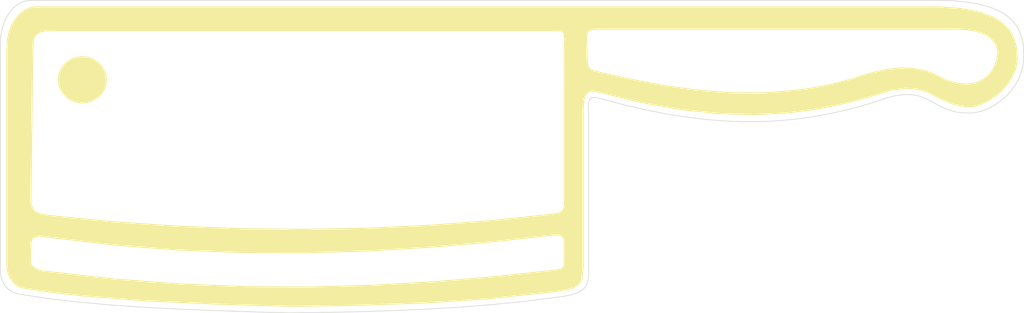
<source format=kicad_pcb>
(kicad_pcb (version 4) (host pcbnew 4.0.4-stable)

  (general
    (links 0)
    (no_connects 0)
    (area 0 0 0 0)
    (thickness 1.6)
    (drawings 115)
    (tracks 0)
    (zones 0)
    (modules 1)
    (nets 1)
  )

  (page A4)
  (layers
    (0 F.Cu signal)
    (31 B.Cu signal)
    (32 B.Adhes user)
    (33 F.Adhes user)
    (34 B.Paste user)
    (35 F.Paste user)
    (36 B.SilkS user)
    (37 F.SilkS user)
    (38 B.Mask user)
    (39 F.Mask user)
    (40 Dwgs.User user)
    (41 Cmts.User user)
    (42 Eco1.User user)
    (43 Eco2.User user)
    (44 Edge.Cuts user)
    (45 Margin user)
    (46 B.CrtYd user)
    (47 F.CrtYd user)
    (48 B.Fab user)
    (49 F.Fab user)
  )

  (setup
    (last_trace_width 0.25)
    (trace_clearance 0.2)
    (zone_clearance 0.508)
    (zone_45_only no)
    (trace_min 0.2)
    (segment_width 0.2)
    (edge_width 0.1)
    (via_size 0.6)
    (via_drill 0.4)
    (via_min_size 0.4)
    (via_min_drill 0.3)
    (uvia_size 0.3)
    (uvia_drill 0.1)
    (uvias_allowed no)
    (uvia_min_size 0.2)
    (uvia_min_drill 0.1)
    (pcb_text_width 0.3)
    (pcb_text_size 1.5 1.5)
    (mod_edge_width 0.15)
    (mod_text_size 1 1)
    (mod_text_width 0.15)
    (pad_size 1.5 1.5)
    (pad_drill 0.6)
    (pad_to_mask_clearance 0)
    (aux_axis_origin 0 0)
    (visible_elements FFFFFF7F)
    (pcbplotparams
      (layerselection 0x00030_80000001)
      (usegerberextensions false)
      (excludeedgelayer true)
      (linewidth 0.100000)
      (plotframeref false)
      (viasonmask false)
      (mode 1)
      (useauxorigin false)
      (hpglpennumber 1)
      (hpglpenspeed 20)
      (hpglpendiameter 15)
      (hpglpenoverlay 2)
      (psnegative false)
      (psa4output false)
      (plotreference true)
      (plotvalue true)
      (plotinvisibletext false)
      (padsonsilk false)
      (subtractmaskfromsilk false)
      (outputformat 1)
      (mirror false)
      (drillshape 1)
      (scaleselection 1)
      (outputdirectory ""))
  )

  (net 0 "")

  (net_class Default "This is the default net class."
    (clearance 0.2)
    (trace_width 0.25)
    (via_dia 0.6)
    (via_drill 0.4)
    (uvia_dia 0.3)
    (uvia_drill 0.1)
  )

  (module cleaver:cleaver (layer F.Cu) (tedit 0) (tstamp 586DFB4D)
    (at 104.86 45.9595)
    (fp_text reference "" (at 0 0) (layer F.SilkS)
      (effects (font (thickness 0.15)))
    )
    (fp_text value "" (at 0 0) (layer F.SilkS)
      (effects (font (thickness 0.15)))
    )
    (fp_poly (pts (xy -36.452933 24.960047) (xy -48.861783 24.590167) (xy -60.371775 24.064642) (xy -71.093613 23.225774)
      (xy -76.19357 22.639555) (xy -81.138002 21.915864) (xy -81.918358 21.606844) (xy -82.530884 21.208728)
      (xy -83.336616 20.228496) (xy -83.72354 19.141744) (xy -83.86 18.115052) (xy -83.86 -17.639075)
      (xy -83.786046 -19.237631) (xy -83.497383 -20.660537) (xy -83.026954 -21.897985) (xy -82.407707 -22.940166)
      (xy -81.672585 -23.777271) (xy -80.854536 -24.399492) (xy -79.986503 -24.79702) (xy -79.101433 -24.960047)
      (xy 70.74916 -24.960047) (xy 74.45288 -24.680484) (xy 77.413858 -24.117327) (xy 79.708483 -23.295716)
      (xy 81.413146 -22.240789) (xy 82.604239 -20.977686) (xy 83.358152 -19.531545) (xy 83.751275 -17.927505)
      (xy 80.514887 -17.423825) (xy 80.111765 -18.715789) (xy 79.311564 -19.670809) (xy 78.196025 -20.338226)
      (xy 76.846888 -20.767383) (xy 75.345893 -21.007622) (xy 73.77478 -21.108284) (xy 70.74916 -21.088246)
      (xy 14.766638 -21.088246) (xy 13.304411 -21.057418) (xy 12.622027 -20.717838) (xy 12.430944 -20.192668)
      (xy 12.44262 -19.605074) (xy 12.543251 -16.159615) (xy 12.617472 -15.203569) (xy 12.958352 -14.632372)
      (xy 13.475073 -14.337712) (xy 14.076815 -14.211278) (xy 19.551755 -12.971544) (xy 25.051304 -11.919498)
      (xy 30.585603 -11.132488) (xy 36.164796 -10.687867) (xy 41.799023 -10.662984) (xy 47.498426 -11.13519)
      (xy 50.375739 -11.581873) (xy 53.273149 -12.181835) (xy 56.191924 -12.944745) (xy 59.133331 -13.880271)
      (xy 62.03657 -14.557409) (xy 64.484129 -14.813674) (xy 66.522059 -14.742017) (xy 68.196412 -14.435392)
      (xy 69.553239 -13.986748) (xy 70.638591 -13.489038) (xy 72.179075 -12.718228) (xy 74.063014 -12.217988)
      (xy 75.701523 -12.125905) (xy 77.097036 -12.393393) (xy 78.25199 -12.971864) (xy 79.168817 -13.81273)
      (xy 79.849952 -14.867404) (xy 80.297831 -16.087298) (xy 80.514887 -17.423825) (xy 80.514887 -17.423825)
      (xy 83.751275 -17.927505) (xy 83.86 -16.190705) (xy 83.554039 -14.458559) (xy 82.820368 -12.855181)
      (xy 81.761041 -11.421557) (xy 80.478113 -10.198672) (xy 79.073638 -9.227511) (xy 77.649671 -8.549059)
      (xy 76.308266 -8.204303) (xy 75.151479 -8.234226) (xy 73.28505 -8.569324) (xy 71.733966 -9.180905)
      (xy 68.902351 -10.610807) (xy 67.28408 -11.117772) (xy 65.305673 -11.278509) (xy 62.79826 -10.937341)
      (xy 59.59297 -9.93859) (xy 55.202445 -8.753382) (xy 50.564494 -7.80915) (xy 45.61853 -7.16799)
      (xy 40.303962 -6.891997) (xy 34.560201 -7.043268) (xy 28.326657 -7.683898) (xy 21.542741 -8.875983)
      (xy 14.147864 -10.681618) (xy 13.238615 -10.834533) (xy 12.605156 -10.605993) (xy 12.198739 -10.089722)
      (xy 11.970613 -9.379443) (xy 11.854239 -7.751756) (xy 11.866042 -6.47272) (xy 11.866042 18.529563)
      (xy 11.67364 20.296814) (xy 11.378098 20.920899) (xy 10.935025 21.405646) (xy 10.333444 21.776322)
      (xy 9.562375 22.058193) (xy 7.467866 22.456587) (xy 6.702788 18.815461) (xy 7.828763 18.661352)
      (xy 8.376412 18.476856) (xy 8.553003 18.006435) (xy 8.565806 16.994545) (xy 8.565806 14.334082)
      (xy 8.537806 13.776715) (xy 8.306902 13.341657) (xy 7.841844 13.090363) (xy 7.111382 13.084285)
      (xy 6.896721 9.450553) (xy 7.837409 9.256129) (xy 8.402909 8.831502) (xy 8.632586 8.064996)
      (xy 8.565806 6.844935) (xy 8.565894 -17.931942) (xy 8.640687 -19.560792) (xy 8.553444 -20.460361)
      (xy 8.293878 -20.695917) (xy 7.807586 -20.820253) (xy 5.906531 -20.830071) (xy -75.61835 -20.830071)
      (xy -77.396532 -20.797666) (xy -78.070287 -20.64826) (xy -78.603694 -20.388763) (xy -78.99916 -20.003206)
      (xy -79.259093 -19.475624) (xy -79.381986 -17.930514) (xy -79.697987 6.595746) (xy -79.665838 7.971188)
      (xy -79.309683 8.845248) (xy -78.407871 9.372055) (xy -76.738747 9.705737) (xy -66.06154 10.747153)
      (xy -55.437635 11.474549) (xy -44.872208 11.891602) (xy -34.370431 12.001994) (xy -23.937476 11.809405)
      (xy -13.578517 11.317515) (xy -3.298727 10.530004) (xy 6.896721 9.450553) (xy 6.896721 9.450553)
      (xy 7.111382 13.084285) (xy -3.348135 14.244247) (xy -13.765799 15.1475) (xy -24.165643 15.763867)
      (xy -34.5717 16.063167) (xy -45.008006 16.015222) (xy -55.498593 15.589852) (xy -66.067495 14.756879)
      (xy -76.738747 13.486123) (xy -78.391322 13.263963) (xy -79.257703 13.476199) (xy -79.603047 13.8968)
      (xy -79.692513 14.299734) (xy -79.76808 17.038517) (xy -79.748942 17.594986) (xy -79.569971 18.032319)
      (xy -78.869022 18.609547) (xy -77.938219 18.890136) (xy -77.05055 18.994028) (xy -65.894664 20.254265)
      (xy -54.979053 21.080928) (xy -44.281682 21.507585) (xy -33.780516 21.567805) (xy -23.453521 21.295154)
      (xy -13.278662 20.7232) (xy -3.233904 19.885513) (xy 6.702788 18.815659) (xy 6.702788 18.815461)
      (xy 7.467866 22.456587) (xy -3.337981 23.644321) (xy -14.284825 24.377677) (xy -25.335524 24.776353)
      (xy -36.452933 24.960047) (xy -36.452933 24.960047)) (layer F.SilkS) (width 0.01))
    (fp_poly (pts (xy -67.177815 -12.752296) (xy -67.26041 -11.960193) (xy -67.497295 -11.222426) (xy -67.872123 -10.5548)
      (xy -68.368545 -9.973119) (xy -69.660782 -9.130813) (xy -70.423901 -8.901797) (xy -71.243222 -8.821946)
      (xy -72.040047 -8.898165) (xy -72.798986 -9.121127) (xy -73.498712 -9.482291) (xy -74.117898 -9.973119)
      (xy -74.625592 -10.571736) (xy -74.999168 -11.248216) (xy -75.229791 -11.981942) (xy -75.308628 -12.752296)
      (xy -75.229791 -13.522649) (xy -74.999168 -14.256375) (xy -74.625592 -14.932856) (xy -74.117898 -15.531472)
      (xy -73.498712 -16.0223) (xy -72.798986 -16.383465) (xy -72.040047 -16.606427) (xy -71.243222 -16.682645)
      (xy -70.423901 -16.602794) (xy -69.660782 -16.373779) (xy -68.368545 -15.531472) (xy -67.872123 -14.949791)
      (xy -67.497295 -14.282165) (xy -67.26041 -13.544398) (xy -67.177815 -12.752296) (xy -67.177815 -12.752296)) (layer F.SilkS) (width 0.01))
  )

  (gr_line (start 73.601062 71.840333) (end 67.970215 71.915559) (layer Edge.Cuts) (width 0.1))
  (gr_line (start 79.219709 71.72465) (end 73.601062 71.840333) (layer Edge.Cuts) (width 0.1))
  (gr_line (start 84.821481 71.553059) (end 79.219709 71.72465) (layer Edge.Cuts) (width 0.1))
  (gr_line (start 90.401681 71.310037) (end 84.821481 71.553059) (layer Edge.Cuts) (width 0.1))
  (gr_line (start 95.955605 70.980007) (end 90.401681 71.310037) (layer Edge.Cuts) (width 0.1))
  (gr_line (start 101.478561 70.547388) (end 95.955605 70.980007) (layer Edge.Cuts) (width 0.1))
  (gr_line (start 106.965847 69.996603) (end 101.478561 70.547388) (layer Edge.Cuts) (width 0.1))
  (gr_line (start 112.41277 69.312158) (end 106.965847 69.996603) (layer Edge.Cuts) (width 0.1))
  (gr_line (start 113.599952 69.129391) (end 112.41277 69.312158) (layer Edge.Cuts) (width 0.1))
  (gr_line (start 114.643534 68.914196) (end 113.599952 69.129391) (layer Edge.Cuts) (width 0.1))
  (gr_line (start 115.537921 68.637816) (end 114.643534 68.914196) (layer Edge.Cuts) (width 0.1))
  (gr_line (start 116.277513 68.271548) (end 115.537921 68.637816) (layer Edge.Cuts) (width 0.1))
  (gr_line (start 116.856715 67.786634) (end 116.277513 68.271548) (layer Edge.Cuts) (width 0.1))
  (gr_line (start 117.269928 67.154343) (end 116.856715 67.786634) (layer Edge.Cuts) (width 0.1))
  (gr_line (start 117.511549 66.345974) (end 117.269928 67.154343) (layer Edge.Cuts) (width 0.1))
  (gr_line (start 117.575989 65.332796) (end 117.511549 66.345974) (layer Edge.Cuts) (width 0.1))
  (gr_line (start 117.575989 39.33111) (end 117.575989 65.332796) (layer Edge.Cuts) (width 0.1))
  (gr_line (start 117.560636 38.896665) (end 117.575989 39.33111) (layer Edge.Cuts) (width 0.1))
  (gr_line (start 117.511239 38.326608) (end 117.560636 38.896665) (layer Edge.Cuts) (width 0.1))
  (gr_line (start 117.480962 37.696939) (end 117.511239 38.326608) (layer Edge.Cuts) (width 0.1))
  (gr_line (start 117.522985 37.083659) (end 117.480962 37.696939) (layer Edge.Cuts) (width 0.1))
  (gr_line (start 117.690481 36.562772) (end 117.522985 37.083659) (layer Edge.Cuts) (width 0.1))
  (gr_line (start 118.036629 36.21028) (end 117.690481 36.562772) (layer Edge.Cuts) (width 0.1))
  (gr_line (start 118.614606 36.102183) (end 118.036629 36.21028) (layer Edge.Cuts) (width 0.1))
  (gr_line (start 119.477591 36.314487) (end 118.614606 36.102183) (layer Edge.Cuts) (width 0.1))
  (gr_line (start 123.295488 37.334839) (end 119.477591 36.314487) (layer Edge.Cuts) (width 0.1))
  (gr_line (start 126.942812 38.183306) (end 123.295488 37.334839) (layer Edge.Cuts) (width 0.1))
  (gr_line (start 130.428423 38.868573) (end 126.942812 38.183306) (layer Edge.Cuts) (width 0.1))
  (gr_line (start 133.761174 39.399329) (end 130.428423 38.868573) (layer Edge.Cuts) (width 0.1))
  (gr_line (start 136.949924 39.78426) (end 133.761174 39.399329) (layer Edge.Cuts) (width 0.1))
  (gr_line (start 140.003532 40.032045) (end 136.949924 39.78426) (layer Edge.Cuts) (width 0.1))
  (gr_line (start 142.930853 40.151375) (end 140.003532 40.032045) (layer Edge.Cuts) (width 0.1))
  (gr_line (start 145.740745 40.15081) (end 142.930853 40.151375) (layer Edge.Cuts) (width 0.1))
  (gr_line (start 148.442063 40.039284) (end 145.740745 40.15081) (layer Edge.Cuts) (width 0.1))
  (gr_line (start 151.043664 39.825357) (end 148.442063 40.039284) (layer Edge.Cuts) (width 0.1))
  (gr_line (start 153.554406 39.517718) (end 151.043664 39.825357) (layer Edge.Cuts) (width 0.1))
  (gr_line (start 155.983148 39.125045) (end 153.554406 39.517718) (layer Edge.Cuts) (width 0.1))
  (gr_line (start 158.338744 38.656031) (end 155.983148 39.125045) (layer Edge.Cuts) (width 0.1))
  (gr_line (start 160.63005 38.119361) (end 158.338744 38.656031) (layer Edge.Cuts) (width 0.1))
  (gr_line (start 162.865928 37.523716) (end 160.63005 38.119361) (layer Edge.Cuts) (width 0.1))
  (gr_line (start 165.05523 36.877783) (end 162.865928 37.523716) (layer Edge.Cuts) (width 0.1))
  (gr_line (start 166.683886 36.300359) (end 165.05523 36.877783) (layer Edge.Cuts) (width 0.1))
  (gr_line (start 168.108835 35.915318) (end 166.683886 36.300359) (layer Edge.Cuts) (width 0.1))
  (gr_line (start 169.354547 35.701218) (end 168.108835 35.915318) (layer Edge.Cuts) (width 0.1))
  (gr_line (start 170.445488 35.636612) (end 169.354547 35.701218) (layer Edge.Cuts) (width 0.1))
  (gr_line (start 171.406133 35.700056) (end 170.445488 35.636612) (layer Edge.Cuts) (width 0.1))
  (gr_line (start 172.260945 35.8701) (end 171.406133 35.700056) (layer Edge.Cuts) (width 0.1))
  (gr_line (start 173.034397 36.1253) (end 172.260945 35.8701) (layer Edge.Cuts) (width 0.1))
  (gr_line (start 173.750959 36.444214) (end 173.034397 36.1253) (layer Edge.Cuts) (width 0.1))
  (gr_line (start 174.435097 36.80539) (end 173.750959 36.444214) (layer Edge.Cuts) (width 0.1))
  (gr_line (start 175.111282 37.187389) (end 174.435097 36.80539) (layer Edge.Cuts) (width 0.1))
  (gr_line (start 175.803985 37.568762) (end 175.111282 37.187389) (layer Edge.Cuts) (width 0.1))
  (gr_line (start 176.53767 37.928062) (end 175.803985 37.568762) (layer Edge.Cuts) (width 0.1))
  (gr_line (start 177.336813 38.243843) (end 176.53767 37.928062) (layer Edge.Cuts) (width 0.1))
  (gr_line (start 178.225881 38.494662) (end 177.336813 38.243843) (layer Edge.Cuts) (width 0.1))
  (gr_line (start 179.229339 38.659074) (end 178.225881 38.494662) (layer Edge.Cuts) (width 0.1))
  (gr_line (start 180.371661 38.715631) (end 179.229339 38.659074) (layer Edge.Cuts) (width 0.1))
  (gr_line (start 181.095059 38.717324) (end 180.371661 38.715631) (layer Edge.Cuts) (width 0.1))
  (gr_line (start 181.85319 38.620364) (end 181.095059 38.717324) (layer Edge.Cuts) (width 0.1))
  (gr_line (start 182.634615 38.428704) (end 181.85319 38.620364) (layer Edge.Cuts) (width 0.1))
  (gr_line (start 183.427911 38.146304) (end 182.634615 38.428704) (layer Edge.Cuts) (width 0.1))
  (gr_line (start 184.221644 37.777118) (end 183.427911 38.146304) (layer Edge.Cuts) (width 0.1))
  (gr_line (start 185.004384 37.325105) (end 184.221644 37.777118) (layer Edge.Cuts) (width 0.1))
  (gr_line (start 185.764699 36.79422) (end 185.004384 37.325105) (layer Edge.Cuts) (width 0.1))
  (gr_line (start 186.491159 36.188419) (end 185.764699 36.79422) (layer Edge.Cuts) (width 0.1))
  (gr_line (start 187.172331 35.511658) (end 186.491159 36.188419) (layer Edge.Cuts) (width 0.1))
  (gr_line (start 187.79679 34.767898) (end 187.172331 35.511658) (layer Edge.Cuts) (width 0.1))
  (gr_line (start 188.353098 33.961093) (end 187.79679 34.767898) (layer Edge.Cuts) (width 0.1))
  (gr_line (start 188.829827 33.095201) (end 188.353098 33.961093) (layer Edge.Cuts) (width 0.1))
  (gr_line (start 189.215552 32.174174) (end 188.829827 33.095201) (layer Edge.Cuts) (width 0.1))
  (gr_line (start 189.498832 31.201975) (end 189.215552 32.174174) (layer Edge.Cuts) (width 0.1))
  (gr_line (start 189.668245 30.18256) (end 189.498832 31.201975) (layer Edge.Cuts) (width 0.1))
  (gr_line (start 189.712353 29.119881) (end 189.668245 30.18256) (layer Edge.Cuts) (width 0.1))
  (gr_line (start 189.688477 28.201143) (end 189.712353 29.119881) (layer Edge.Cuts) (width 0.1))
  (gr_line (start 189.602329 27.313656) (end 189.688477 28.201143) (layer Edge.Cuts) (width 0.1))
  (gr_line (start 189.444236 26.460684) (end 189.602329 27.313656) (layer Edge.Cuts) (width 0.1))
  (gr_line (start 189.204537 25.645497) (end 189.444236 26.460684) (layer Edge.Cuts) (width 0.1))
  (gr_line (start 188.873569 24.871364) (end 189.204537 25.645497) (layer Edge.Cuts) (width 0.1))
  (gr_line (start 188.441667 24.141549) (end 188.873569 24.871364) (layer Edge.Cuts) (width 0.1))
  (gr_line (start 187.899174 23.459324) (end 188.441667 24.141549) (layer Edge.Cuts) (width 0.1))
  (gr_line (start 187.236426 22.827957) (end 187.899174 23.459324) (layer Edge.Cuts) (width 0.1))
  (gr_line (start 186.44376 22.250711) (end 187.236426 22.827957) (layer Edge.Cuts) (width 0.1))
  (gr_line (start 185.511515 21.73086) (end 186.44376 22.250711) (layer Edge.Cuts) (width 0.1))
  (gr_line (start 184.430025 21.271668) (end 185.511515 21.73086) (layer Edge.Cuts) (width 0.1))
  (gr_line (start 183.18963 20.876407) (end 184.430025 21.271668) (layer Edge.Cuts) (width 0.1))
  (gr_line (start 181.78067 20.54834) (end 183.18963 20.876407) (layer Edge.Cuts) (width 0.1))
  (gr_line (start 180.19348 20.290736) (end 181.78067 20.54834) (layer Edge.Cuts) (width 0.1))
  (gr_line (start 178.418398 20.106869) (end 180.19348 20.290736) (layer Edge.Cuts) (width 0.1))
  (gr_line (start 176.445764 20) (end 178.418398 20.106869) (layer Edge.Cuts) (width 0.1))
  (gr_line (start 24.815094 20) (end 176.445764 20) (layer Edge.Cuts) (width 0.1))
  (gr_line (start 23.91951 20.169545) (end 24.815094 20) (layer Edge.Cuts) (width 0.1))
  (gr_line (start 23.041166 20.582963) (end 23.91951 20.169545) (layer Edge.Cuts) (width 0.1))
  (gr_line (start 22.213399 21.230057) (end 23.041166 20.582963) (layer Edge.Cuts) (width 0.1))
  (gr_line (start 21.469545 22.100622) (end 22.213399 21.230057) (layer Edge.Cuts) (width 0.1))
  (gr_line (start 20.842942 23.184462) (end 21.469545 22.100622) (layer Edge.Cuts) (width 0.1))
  (gr_line (start 20.366925 24.471376) (end 20.842942 23.184462) (layer Edge.Cuts) (width 0.1))
  (gr_line (start 20.074832 25.951163) (end 20.366925 24.471376) (layer Edge.Cuts) (width 0.1))
  (gr_line (start 20 27.613619) (end 20.074832 25.951163) (layer Edge.Cuts) (width 0.1))
  (gr_line (start 20 64.796955) (end 20 27.613619) (layer Edge.Cuts) (width 0.1))
  (gr_line (start 20.048007 65.31218) (end 20 64.796955) (layer Edge.Cuts) (width 0.1))
  (gr_line (start 20.138082 65.864686) (end 20.048007 65.31218) (layer Edge.Cuts) (width 0.1))
  (gr_line (start 20.291515 66.4328) (end 20.138082 65.864686) (layer Edge.Cuts) (width 0.1))
  (gr_line (start 20.529602 66.994874) (end 20.291515 66.4328) (layer Edge.Cuts) (width 0.1))
  (gr_line (start 20.873634 67.529261) (end 20.529602 66.994874) (layer Edge.Cuts) (width 0.1))
  (gr_line (start 21.344905 68.014317) (end 20.873634 67.529261) (layer Edge.Cuts) (width 0.1))
  (gr_line (start 21.964706 68.428365) (end 21.344905 68.014317) (layer Edge.Cuts) (width 0.1))
  (gr_line (start 22.754333 68.749731) (end 21.964706 68.428365) (layer Edge.Cuts) (width 0.1))
  (gr_line (start 27.7575 69.502333) (end 22.754333 68.749731) (layer Edge.Cuts) (width 0.1))
  (gr_line (start 32.918039 70.11199) (end 27.7575 69.502333) (layer Edge.Cuts) (width 0.1))
  (gr_line (start 38.249952 70.599162) (end 32.918039 70.11199) (layer Edge.Cuts) (width 0.1))
  (gr_line (start 43.767242 70.984395) (end 38.249952 70.599162) (layer Edge.Cuts) (width 0.1))
  (gr_line (start 49.483912 71.288123) (end 43.767242 70.984395) (layer Edge.Cuts) (width 0.1))
  (gr_line (start 55.413962 71.530918) (end 49.483912 71.288123) (layer Edge.Cuts) (width 0.1))
  (gr_line (start 61.571396 71.733215) (end 55.413962 71.530918) (layer Edge.Cuts) (width 0.1))
  (gr_line (start 67.970215 71.915559) (end 61.571396 71.733215) (layer Edge.Cuts) (width 0.1))

)

</source>
